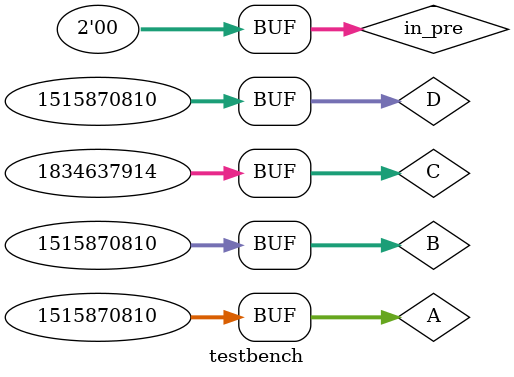
<source format=v>
`timescale 1ns / 1ps
module testbench();
reg [1:0] in_pre,out_pre;
reg [31:0] A,B,C,D;
wire[31:0] out;
wire soe;
top top(A,B,C,D,in_pre,out_pre,out);
initial begin
    A = 32'b01011010010110100101101001011010;
    B = 32'b01011010010110100101101001011010;
    C = 32'b01101101010110100101101001011010;
    D = 32'b01011010010110100101101001011010;
	in_pre = 2'b00;
end
endmodule
</source>
